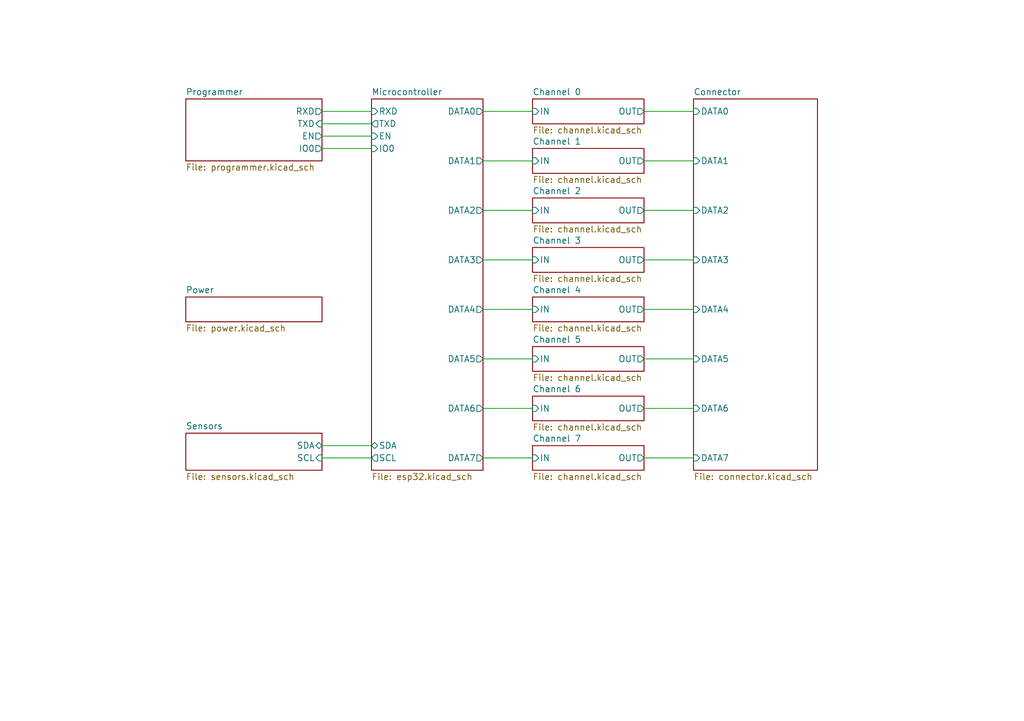
<source format=kicad_sch>
(kicad_sch (version 20230121) (generator eeschema)
  (paper "A5")
  (lib_symbols)
  (wire (pts (xy 132.08 53.34) (xy 142.24 53.34)))
  (wire (pts (xy 132.08 63.5) (xy 142.24 63.5)))
  (wire (pts (xy 99.06 93.98) (xy 109.22 93.98)))
  (wire (pts (xy 132.08 83.82) (xy 142.24 83.82)))
  (wire (pts (xy 132.08 22.86) (xy 142.24 22.86)))
  (wire (pts (xy 66.04 25.4) (xy 76.2 25.4)))
  (wire (pts (xy 99.06 63.5) (xy 109.22 63.5)))
  (wire (pts (xy 66.04 30.48) (xy 76.2 30.48)))
  (wire (pts (xy 99.06 33.02) (xy 109.22 33.02)))
  (wire (pts (xy 99.06 73.66) (xy 109.22 73.66)))
  (wire (pts (xy 66.04 27.94) (xy 76.2 27.94)))
  (wire (pts (xy 132.08 93.98) (xy 142.24 93.98)))
  (wire (pts (xy 99.06 22.86) (xy 109.22 22.86)))
  (wire (pts (xy 66.04 91.44) (xy 76.2 91.44)))
  (wire (pts (xy 66.04 93.98) (xy 76.2 93.98)))
  (wire (pts (xy 132.08 33.02) (xy 142.24 33.02)))
  (wire (pts (xy 66.04 22.86) (xy 76.2 22.86)))
  (wire (pts (xy 99.06 43.18) (xy 109.22 43.18)))
  (wire (pts (xy 132.08 73.66) (xy 142.24 73.66)))
  (wire (pts (xy 99.06 83.82) (xy 109.22 83.82)))
  (wire (pts (xy 132.08 43.18) (xy 142.24 43.18)))
  (wire (pts (xy 99.06 53.34) (xy 109.22 53.34)))
  (sheet (at 109.22 71.12) (size 22.86 5.08) (stroke (width 0.1524))
    (property "Sheetname" "Channel 5" (at 109.22 70.4084 0) (effects (justify left bottom)))
    (property "Sheetfile" "channel.kicad_sch" (at 109.22 76.7846 0) (effects (justify left top)))
    (pin "IN" input (at 109.22 73.66 180))
    (pin "OUT" output (at 132.08 73.66 0))
  )
  (sheet (at 76.2 20.32) (size 22.86 76.2) (stroke (width 0.1524))
    (property "Sheetname" "Microcontroller" (at 76.2 19.6084 0) (effects (justify left bottom)))
    (property "Sheetfile" "esp32.kicad_sch" (at 76.2 97.1046 0) (effects (justify left top)))
    (pin "EN" input (at 76.2 27.94 180))
    (pin "IO0" input (at 76.2 30.48 180))
    (pin "TXD" output (at 76.2 25.4 180))
    (pin "RXD" input (at 76.2 22.86 180))
    (pin "DATA7" output (at 99.06 93.98 0))
    (pin "DATA4" output (at 99.06 63.5 0))
    (pin "DATA5" output (at 99.06 73.66 0))
    (pin "DATA6" output (at 99.06 83.82 0))
    (pin "DATA0" output (at 99.06 22.86 0))
    (pin "DATA2" output (at 99.06 43.18 0))
    (pin "DATA1" output (at 99.06 33.02 0))
    (pin "DATA3" output (at 99.06 53.34 0))
    (pin "SDA" bidirectional (at 76.2 91.44 180))
    (pin "SCL" output (at 76.2 93.98 180))
  )
  (sheet (at 109.22 81.28) (size 22.86 5.08) (stroke (width 0.1524))
    (property "Sheetname" "Channel 6" (at 109.22 80.5684 0) (effects (justify left bottom)))
    (property "Sheetfile" "channel.kicad_sch" (at 109.22 86.9446 0) (effects (justify left top)))
    (pin "IN" input (at 109.22 83.82 180))
    (pin "OUT" output (at 132.08 83.82 0))
  )
  (sheet (at 109.22 91.44) (size 22.86 5.08) (stroke (width 0.1524))
    (property "Sheetname" "Channel 7" (at 109.22 90.7284 0) (effects (justify left bottom)))
    (property "Sheetfile" "channel.kicad_sch" (at 109.22 97.1046 0) (effects (justify left top)))
    (pin "IN" input (at 109.22 93.98 180))
    (pin "OUT" output (at 132.08 93.98 0))
  )
  (sheet (at 38.1 20.32) (size 27.94 12.7) (stroke (width 0.1524))
    (property "Sheetname" "Programmer" (at 38.1 19.6084 0) (effects (justify left bottom)))
    (property "Sheetfile" "programmer.kicad_sch" (at 38.1 33.6046 0) (effects (justify left top)))
    (pin "EN" output (at 66.04 27.94 0))
    (pin "TXD" input (at 66.04 25.4 0))
    (pin "RXD" output (at 66.04 22.86 0))
    (pin "IO0" output (at 66.04 30.48 0))
  )
  (sheet (at 109.22 50.8) (size 22.86 5.08) (stroke (width 0.1524))
    (property "Sheetname" "Channel 3" (at 109.22 50.0884 0) (effects (justify left bottom)))
    (property "Sheetfile" "channel.kicad_sch" (at 109.22 56.4646 0) (effects (justify left top)))
    (pin "IN" input (at 109.22 53.34 180))
    (pin "OUT" output (at 132.08 53.34 0))
  )
  (sheet (at 38.1 88.9) (size 27.94 7.62) (stroke (width 0.1524))
    (property "Sheetname" "Sensors" (at 38.1 88.1884 0) (effects (justify left bottom)))
    (property "Sheetfile" "sensors.kicad_sch" (at 38.1 97.1046 0) (effects (justify left top)))
    (pin "SCL" input (at 66.04 93.98 0))
    (pin "SDA" bidirectional (at 66.04 91.44 0))
  )
  (sheet (at 109.22 20.32) (size 22.86 5.08) (stroke (width 0.1524))
    (property "Sheetname" "Channel 0" (at 109.22 19.6084 0) (effects (justify left bottom)))
    (property "Sheetfile" "channel.kicad_sch" (at 109.22 25.9846 0) (effects (justify left top)))
    (pin "IN" input (at 109.22 22.86 180))
    (pin "OUT" output (at 132.08 22.86 0))
  )
  (sheet (at 109.22 30.48) (size 22.86 5.08) (stroke (width 0.1524))
    (property "Sheetname" "Channel 1" (at 109.22 29.7684 0) (effects (justify left bottom)))
    (property "Sheetfile" "channel.kicad_sch" (at 109.22 36.1446 0) (effects (justify left top)))
    (pin "IN" input (at 109.22 33.02 180))
    (pin "OUT" output (at 132.08 33.02 0))
  )
  (sheet (at 142.24 20.32) (size 25.4 76.2) (stroke (width 0.1524))
    (property "Sheetname" "Connector" (at 142.24 19.6084 0) (effects (justify left bottom)))
    (property "Sheetfile" "connector.kicad_sch" (at 142.24 97.1046 0) (effects (justify left top)))
    (pin "DATA3" input (at 142.24 53.34 180))
    (pin "DATA0" input (at 142.24 22.86 180))
    (pin "DATA2" input (at 142.24 43.18 180))
    (pin "DATA1" input (at 142.24 33.02 180))
    (pin "DATA4" input (at 142.24 63.5 180))
    (pin "DATA6" input (at 142.24 83.82 180))
    (pin "DATA5" input (at 142.24 73.66 180))
    (pin "DATA7" input (at 142.24 93.98 180))
  )
  (sheet (at 109.22 40.64) (size 22.86 5.08) (stroke (width 0.1524))
    (property "Sheetname" "Channel 2" (at 109.22 39.9284 0) (effects (justify left bottom)))
    (property "Sheetfile" "channel.kicad_sch" (at 109.22 46.3046 0) (effects (justify left top)))
    (pin "IN" input (at 109.22 43.18 180))
    (pin "OUT" output (at 132.08 43.18 0))
  )
  (sheet (at 38.1 60.96) (size 27.94 5.08) (stroke (width 0.1524))
    (property "Sheetname" "Power" (at 38.1 60.2484 0) (effects (justify left bottom)))
    (property "Sheetfile" "power.kicad_sch" (at 38.1 66.6246 0) (effects (justify left top)))
  )
  (sheet (at 109.22 60.96) (size 22.86 5.08) (stroke (width 0.1524))
    (property "Sheetname" "Channel 4" (at 109.22 60.2484 0) (effects (justify left bottom)))
    (property "Sheetfile" "channel.kicad_sch" (at 109.22 66.6246 0) (effects (justify left top)))
    (pin "IN" input (at 109.22 63.5 180))
    (pin "OUT" output (at 132.08 63.5 0))
  )
)
</source>
